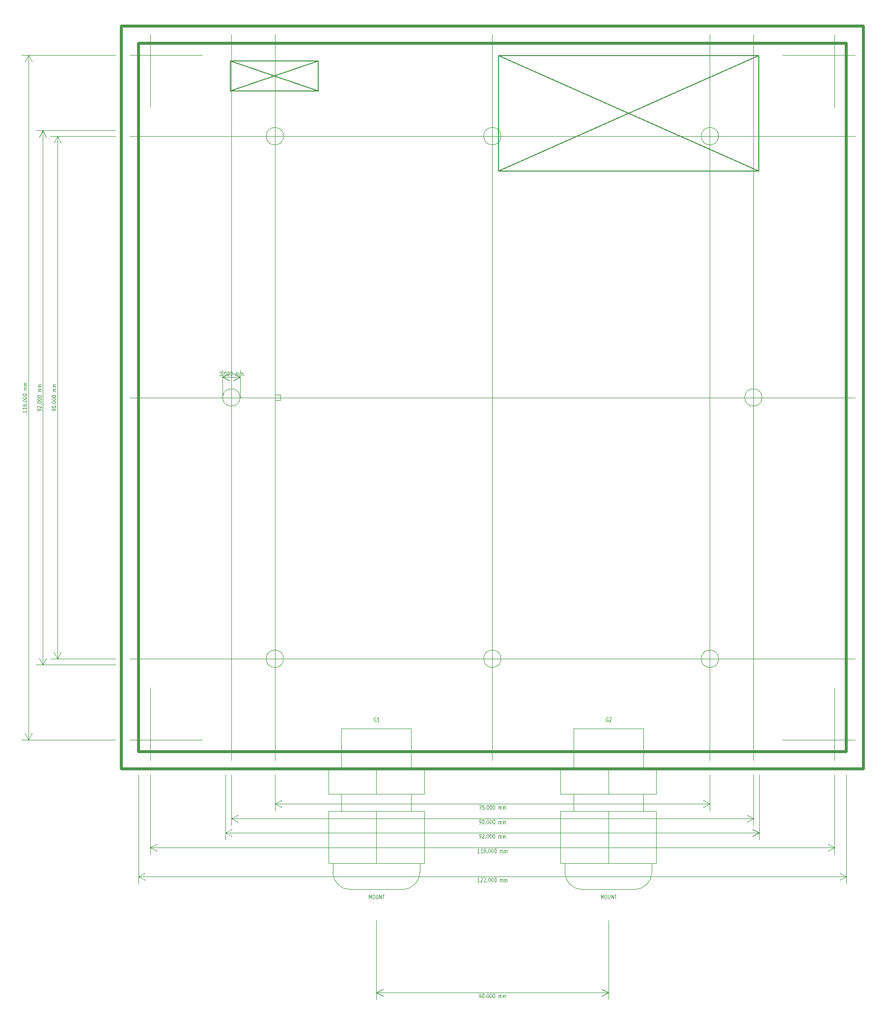
<source format=gbr>
G04 #@! TF.FileFunction,Drawing*
%FSLAX46Y46*%
G04 Gerber Fmt 4.6, Leading zero omitted, Abs format (unit mm)*
G04 Created by KiCad (PCBNEW 4.0.7-e2-6376~61~ubuntu18.04.1) date Tue Jul  3 09:25:50 2018*
%MOMM*%
%LPD*%
G01*
G04 APERTURE LIST*
%ADD10C,0.100000*%
%ADD11C,0.500000*%
%ADD12C,0.120000*%
%ADD13C,0.150000*%
G04 APERTURE END LIST*
D10*
D11*
X219000000Y-144000000D02*
X219000000Y-16000000D01*
X91000000Y-144000000D02*
X219000000Y-144000000D01*
D12*
X152983333Y-182907014D02*
X152983333Y-183373681D01*
X152852380Y-182640347D02*
X152721428Y-183140347D01*
X153061904Y-183140347D01*
X153376190Y-182673681D02*
X153428571Y-182673681D01*
X153480952Y-182707014D01*
X153507143Y-182740347D01*
X153533333Y-182807014D01*
X153559524Y-182940347D01*
X153559524Y-183107014D01*
X153533333Y-183240347D01*
X153507143Y-183307014D01*
X153480952Y-183340347D01*
X153428571Y-183373681D01*
X153376190Y-183373681D01*
X153323809Y-183340347D01*
X153297619Y-183307014D01*
X153271428Y-183240347D01*
X153245238Y-183107014D01*
X153245238Y-182940347D01*
X153271428Y-182807014D01*
X153297619Y-182740347D01*
X153323809Y-182707014D01*
X153376190Y-182673681D01*
X153795238Y-183307014D02*
X153821429Y-183340347D01*
X153795238Y-183373681D01*
X153769048Y-183340347D01*
X153795238Y-183307014D01*
X153795238Y-183373681D01*
X154161905Y-182673681D02*
X154214286Y-182673681D01*
X154266667Y-182707014D01*
X154292858Y-182740347D01*
X154319048Y-182807014D01*
X154345239Y-182940347D01*
X154345239Y-183107014D01*
X154319048Y-183240347D01*
X154292858Y-183307014D01*
X154266667Y-183340347D01*
X154214286Y-183373681D01*
X154161905Y-183373681D01*
X154109524Y-183340347D01*
X154083334Y-183307014D01*
X154057143Y-183240347D01*
X154030953Y-183107014D01*
X154030953Y-182940347D01*
X154057143Y-182807014D01*
X154083334Y-182740347D01*
X154109524Y-182707014D01*
X154161905Y-182673681D01*
X154685715Y-182673681D02*
X154738096Y-182673681D01*
X154790477Y-182707014D01*
X154816668Y-182740347D01*
X154842858Y-182807014D01*
X154869049Y-182940347D01*
X154869049Y-183107014D01*
X154842858Y-183240347D01*
X154816668Y-183307014D01*
X154790477Y-183340347D01*
X154738096Y-183373681D01*
X154685715Y-183373681D01*
X154633334Y-183340347D01*
X154607144Y-183307014D01*
X154580953Y-183240347D01*
X154554763Y-183107014D01*
X154554763Y-182940347D01*
X154580953Y-182807014D01*
X154607144Y-182740347D01*
X154633334Y-182707014D01*
X154685715Y-182673681D01*
X155209525Y-182673681D02*
X155261906Y-182673681D01*
X155314287Y-182707014D01*
X155340478Y-182740347D01*
X155366668Y-182807014D01*
X155392859Y-182940347D01*
X155392859Y-183107014D01*
X155366668Y-183240347D01*
X155340478Y-183307014D01*
X155314287Y-183340347D01*
X155261906Y-183373681D01*
X155209525Y-183373681D01*
X155157144Y-183340347D01*
X155130954Y-183307014D01*
X155104763Y-183240347D01*
X155078573Y-183107014D01*
X155078573Y-182940347D01*
X155104763Y-182807014D01*
X155130954Y-182740347D01*
X155157144Y-182707014D01*
X155209525Y-182673681D01*
X156047621Y-183373681D02*
X156047621Y-182907014D01*
X156047621Y-182973681D02*
X156073812Y-182940347D01*
X156126193Y-182907014D01*
X156204764Y-182907014D01*
X156257145Y-182940347D01*
X156283336Y-183007014D01*
X156283336Y-183373681D01*
X156283336Y-183007014D02*
X156309526Y-182940347D01*
X156361907Y-182907014D01*
X156440479Y-182907014D01*
X156492859Y-182940347D01*
X156519050Y-183007014D01*
X156519050Y-183373681D01*
X156780954Y-183373681D02*
X156780954Y-182907014D01*
X156780954Y-182973681D02*
X156807145Y-182940347D01*
X156859526Y-182907014D01*
X156938097Y-182907014D01*
X156990478Y-182940347D01*
X157016669Y-183007014D01*
X157016669Y-183373681D01*
X157016669Y-183007014D02*
X157042859Y-182940347D01*
X157095240Y-182907014D01*
X157173812Y-182907014D01*
X157226192Y-182940347D01*
X157252383Y-183007014D01*
X157252383Y-183373681D01*
X135000000Y-182467014D02*
X175000000Y-182467014D01*
X135000000Y-170000000D02*
X135000000Y-183647014D01*
X175000000Y-170000000D02*
X175000000Y-183647014D01*
X175000000Y-182467014D02*
X173873496Y-183053435D01*
X175000000Y-182467014D02*
X173873496Y-181880593D01*
X135000000Y-182467014D02*
X136126504Y-183053435D01*
X135000000Y-182467014D02*
X136126504Y-181880593D01*
D11*
X219000000Y-16000000D02*
X91000000Y-16000000D01*
X91000000Y-16000000D02*
X91000000Y-144000000D01*
X94000000Y-141000000D02*
X216000000Y-141000000D01*
X94000000Y-19000000D02*
X94000000Y-141000000D01*
X216000000Y-19000000D02*
X94000000Y-19000000D01*
X216000000Y-141000000D02*
X216000000Y-19000000D01*
D12*
X152773809Y-163406647D02*
X152459523Y-163406647D01*
X152616666Y-163406647D02*
X152616666Y-162706647D01*
X152564285Y-162806647D01*
X152511904Y-162873313D01*
X152459523Y-162906647D01*
X152983333Y-162773313D02*
X153009523Y-162739980D01*
X153061904Y-162706647D01*
X153192857Y-162706647D01*
X153245238Y-162739980D01*
X153271428Y-162773313D01*
X153297619Y-162839980D01*
X153297619Y-162906647D01*
X153271428Y-163006647D01*
X152957142Y-163406647D01*
X153297619Y-163406647D01*
X153507143Y-162773313D02*
X153533333Y-162739980D01*
X153585714Y-162706647D01*
X153716667Y-162706647D01*
X153769048Y-162739980D01*
X153795238Y-162773313D01*
X153821429Y-162839980D01*
X153821429Y-162906647D01*
X153795238Y-163006647D01*
X153480952Y-163406647D01*
X153821429Y-163406647D01*
X154057143Y-163339980D02*
X154083334Y-163373313D01*
X154057143Y-163406647D01*
X154030953Y-163373313D01*
X154057143Y-163339980D01*
X154057143Y-163406647D01*
X154423810Y-162706647D02*
X154476191Y-162706647D01*
X154528572Y-162739980D01*
X154554763Y-162773313D01*
X154580953Y-162839980D01*
X154607144Y-162973313D01*
X154607144Y-163139980D01*
X154580953Y-163273313D01*
X154554763Y-163339980D01*
X154528572Y-163373313D01*
X154476191Y-163406647D01*
X154423810Y-163406647D01*
X154371429Y-163373313D01*
X154345239Y-163339980D01*
X154319048Y-163273313D01*
X154292858Y-163139980D01*
X154292858Y-162973313D01*
X154319048Y-162839980D01*
X154345239Y-162773313D01*
X154371429Y-162739980D01*
X154423810Y-162706647D01*
X154947620Y-162706647D02*
X155000001Y-162706647D01*
X155052382Y-162739980D01*
X155078573Y-162773313D01*
X155104763Y-162839980D01*
X155130954Y-162973313D01*
X155130954Y-163139980D01*
X155104763Y-163273313D01*
X155078573Y-163339980D01*
X155052382Y-163373313D01*
X155000001Y-163406647D01*
X154947620Y-163406647D01*
X154895239Y-163373313D01*
X154869049Y-163339980D01*
X154842858Y-163273313D01*
X154816668Y-163139980D01*
X154816668Y-162973313D01*
X154842858Y-162839980D01*
X154869049Y-162773313D01*
X154895239Y-162739980D01*
X154947620Y-162706647D01*
X155471430Y-162706647D02*
X155523811Y-162706647D01*
X155576192Y-162739980D01*
X155602383Y-162773313D01*
X155628573Y-162839980D01*
X155654764Y-162973313D01*
X155654764Y-163139980D01*
X155628573Y-163273313D01*
X155602383Y-163339980D01*
X155576192Y-163373313D01*
X155523811Y-163406647D01*
X155471430Y-163406647D01*
X155419049Y-163373313D01*
X155392859Y-163339980D01*
X155366668Y-163273313D01*
X155340478Y-163139980D01*
X155340478Y-162973313D01*
X155366668Y-162839980D01*
X155392859Y-162773313D01*
X155419049Y-162739980D01*
X155471430Y-162706647D01*
X156309526Y-163406647D02*
X156309526Y-162939980D01*
X156309526Y-163006647D02*
X156335717Y-162973313D01*
X156388098Y-162939980D01*
X156466669Y-162939980D01*
X156519050Y-162973313D01*
X156545241Y-163039980D01*
X156545241Y-163406647D01*
X156545241Y-163039980D02*
X156571431Y-162973313D01*
X156623812Y-162939980D01*
X156702384Y-162939980D01*
X156754764Y-162973313D01*
X156780955Y-163039980D01*
X156780955Y-163406647D01*
X157042859Y-163406647D02*
X157042859Y-162939980D01*
X157042859Y-163006647D02*
X157069050Y-162973313D01*
X157121431Y-162939980D01*
X157200002Y-162939980D01*
X157252383Y-162973313D01*
X157278574Y-163039980D01*
X157278574Y-163406647D01*
X157278574Y-163039980D02*
X157304764Y-162973313D01*
X157357145Y-162939980D01*
X157435717Y-162939980D01*
X157488097Y-162973313D01*
X157514288Y-163039980D01*
X157514288Y-163406647D01*
X216000000Y-162499980D02*
X94000000Y-162499980D01*
X216000000Y-145000000D02*
X216000000Y-163679980D01*
X94000000Y-145000000D02*
X94000000Y-163679980D01*
X94000000Y-162499980D02*
X95126504Y-161913559D01*
X94000000Y-162499980D02*
X95126504Y-163086401D01*
X216000000Y-162499980D02*
X214873496Y-161913559D01*
X216000000Y-162499980D02*
X214873496Y-163086401D01*
X107957142Y-75526667D02*
X108297619Y-75526667D01*
X108114285Y-75793333D01*
X108192857Y-75793333D01*
X108245238Y-75826667D01*
X108271428Y-75860000D01*
X108297619Y-75926667D01*
X108297619Y-76093333D01*
X108271428Y-76160000D01*
X108245238Y-76193333D01*
X108192857Y-76226667D01*
X108035714Y-76226667D01*
X107983333Y-76193333D01*
X107957142Y-76160000D01*
X108533333Y-76160000D02*
X108559524Y-76193333D01*
X108533333Y-76226667D01*
X108507143Y-76193333D01*
X108533333Y-76160000D01*
X108533333Y-76226667D01*
X108900000Y-75526667D02*
X108952381Y-75526667D01*
X109004762Y-75560000D01*
X109030953Y-75593333D01*
X109057143Y-75660000D01*
X109083334Y-75793333D01*
X109083334Y-75960000D01*
X109057143Y-76093333D01*
X109030953Y-76160000D01*
X109004762Y-76193333D01*
X108952381Y-76226667D01*
X108900000Y-76226667D01*
X108847619Y-76193333D01*
X108821429Y-76160000D01*
X108795238Y-76093333D01*
X108769048Y-75960000D01*
X108769048Y-75793333D01*
X108795238Y-75660000D01*
X108821429Y-75593333D01*
X108847619Y-75560000D01*
X108900000Y-75526667D01*
X109423810Y-75526667D02*
X109476191Y-75526667D01*
X109528572Y-75560000D01*
X109554763Y-75593333D01*
X109580953Y-75660000D01*
X109607144Y-75793333D01*
X109607144Y-75960000D01*
X109580953Y-76093333D01*
X109554763Y-76160000D01*
X109528572Y-76193333D01*
X109476191Y-76226667D01*
X109423810Y-76226667D01*
X109371429Y-76193333D01*
X109345239Y-76160000D01*
X109319048Y-76093333D01*
X109292858Y-75960000D01*
X109292858Y-75793333D01*
X109319048Y-75660000D01*
X109345239Y-75593333D01*
X109371429Y-75560000D01*
X109423810Y-75526667D01*
X109947620Y-75526667D02*
X110000001Y-75526667D01*
X110052382Y-75560000D01*
X110078573Y-75593333D01*
X110104763Y-75660000D01*
X110130954Y-75793333D01*
X110130954Y-75960000D01*
X110104763Y-76093333D01*
X110078573Y-76160000D01*
X110052382Y-76193333D01*
X110000001Y-76226667D01*
X109947620Y-76226667D01*
X109895239Y-76193333D01*
X109869049Y-76160000D01*
X109842858Y-76093333D01*
X109816668Y-75960000D01*
X109816668Y-75793333D01*
X109842858Y-75660000D01*
X109869049Y-75593333D01*
X109895239Y-75560000D01*
X109947620Y-75526667D01*
X110785716Y-76226667D02*
X110785716Y-75760000D01*
X110785716Y-75826667D02*
X110811907Y-75793333D01*
X110864288Y-75760000D01*
X110942859Y-75760000D01*
X110995240Y-75793333D01*
X111021431Y-75860000D01*
X111021431Y-76226667D01*
X111021431Y-75860000D02*
X111047621Y-75793333D01*
X111100002Y-75760000D01*
X111178574Y-75760000D01*
X111230954Y-75793333D01*
X111257145Y-75860000D01*
X111257145Y-76226667D01*
X111519049Y-76226667D02*
X111519049Y-75760000D01*
X111519049Y-75826667D02*
X111545240Y-75793333D01*
X111597621Y-75760000D01*
X111676192Y-75760000D01*
X111728573Y-75793333D01*
X111754764Y-75860000D01*
X111754764Y-76226667D01*
X111754764Y-75860000D02*
X111780954Y-75793333D01*
X111833335Y-75760000D01*
X111911907Y-75760000D01*
X111964287Y-75793333D01*
X111990478Y-75860000D01*
X111990478Y-76226667D01*
X108500000Y-76500000D02*
X111500000Y-76500000D01*
X108500000Y-80000000D02*
X108500000Y-75320000D01*
X111500000Y-80000000D02*
X111500000Y-75320000D01*
X111500000Y-76500000D02*
X110373496Y-77086421D01*
X111500000Y-76500000D02*
X110373496Y-75913579D01*
X108500000Y-76500000D02*
X109626504Y-77086421D01*
X108500000Y-76500000D02*
X109626504Y-75913579D01*
D10*
X96000000Y-30000000D02*
X96000000Y-17500000D01*
X214000000Y-30000000D02*
X214000000Y-17500000D01*
X205000000Y-21000000D02*
X217500000Y-21000000D01*
X205000000Y-139000000D02*
X217500000Y-139000000D01*
X214000000Y-142500000D02*
X214000000Y-130000000D01*
X119000000Y-125000000D02*
G75*
G03X119000000Y-125000000I-1500000J0D01*
G01*
X156500000Y-125000000D02*
G75*
G03X156500000Y-125000000I-1500000J0D01*
G01*
X194000000Y-125000000D02*
G75*
G03X194000000Y-125000000I-1500000J0D01*
G01*
X201500000Y-80000000D02*
G75*
G03X201500000Y-80000000I-1500000J0D01*
G01*
X194000000Y-35000000D02*
G75*
G03X194000000Y-35000000I-1500000J0D01*
G01*
X156500000Y-35000000D02*
G75*
G03X156500000Y-35000000I-1500000J0D01*
G01*
X119000000Y-35000000D02*
G75*
G03X119000000Y-35000000I-1500000J0D01*
G01*
X111500000Y-80000000D02*
G75*
G03X111500000Y-80000000I-1500000J0D01*
G01*
D12*
X152773809Y-155887192D02*
X152878571Y-155887192D01*
X152930952Y-155853858D01*
X152957142Y-155820525D01*
X153009523Y-155720525D01*
X153035714Y-155587192D01*
X153035714Y-155320525D01*
X153009523Y-155253858D01*
X152983333Y-155220525D01*
X152930952Y-155187192D01*
X152826190Y-155187192D01*
X152773809Y-155220525D01*
X152747618Y-155253858D01*
X152721428Y-155320525D01*
X152721428Y-155487192D01*
X152747618Y-155553858D01*
X152773809Y-155587192D01*
X152826190Y-155620525D01*
X152930952Y-155620525D01*
X152983333Y-155587192D01*
X153009523Y-155553858D01*
X153035714Y-155487192D01*
X153245238Y-155253858D02*
X153271428Y-155220525D01*
X153323809Y-155187192D01*
X153454762Y-155187192D01*
X153507143Y-155220525D01*
X153533333Y-155253858D01*
X153559524Y-155320525D01*
X153559524Y-155387192D01*
X153533333Y-155487192D01*
X153219047Y-155887192D01*
X153559524Y-155887192D01*
X153795238Y-155820525D02*
X153821429Y-155853858D01*
X153795238Y-155887192D01*
X153769048Y-155853858D01*
X153795238Y-155820525D01*
X153795238Y-155887192D01*
X154161905Y-155187192D02*
X154214286Y-155187192D01*
X154266667Y-155220525D01*
X154292858Y-155253858D01*
X154319048Y-155320525D01*
X154345239Y-155453858D01*
X154345239Y-155620525D01*
X154319048Y-155753858D01*
X154292858Y-155820525D01*
X154266667Y-155853858D01*
X154214286Y-155887192D01*
X154161905Y-155887192D01*
X154109524Y-155853858D01*
X154083334Y-155820525D01*
X154057143Y-155753858D01*
X154030953Y-155620525D01*
X154030953Y-155453858D01*
X154057143Y-155320525D01*
X154083334Y-155253858D01*
X154109524Y-155220525D01*
X154161905Y-155187192D01*
X154685715Y-155187192D02*
X154738096Y-155187192D01*
X154790477Y-155220525D01*
X154816668Y-155253858D01*
X154842858Y-155320525D01*
X154869049Y-155453858D01*
X154869049Y-155620525D01*
X154842858Y-155753858D01*
X154816668Y-155820525D01*
X154790477Y-155853858D01*
X154738096Y-155887192D01*
X154685715Y-155887192D01*
X154633334Y-155853858D01*
X154607144Y-155820525D01*
X154580953Y-155753858D01*
X154554763Y-155620525D01*
X154554763Y-155453858D01*
X154580953Y-155320525D01*
X154607144Y-155253858D01*
X154633334Y-155220525D01*
X154685715Y-155187192D01*
X155209525Y-155187192D02*
X155261906Y-155187192D01*
X155314287Y-155220525D01*
X155340478Y-155253858D01*
X155366668Y-155320525D01*
X155392859Y-155453858D01*
X155392859Y-155620525D01*
X155366668Y-155753858D01*
X155340478Y-155820525D01*
X155314287Y-155853858D01*
X155261906Y-155887192D01*
X155209525Y-155887192D01*
X155157144Y-155853858D01*
X155130954Y-155820525D01*
X155104763Y-155753858D01*
X155078573Y-155620525D01*
X155078573Y-155453858D01*
X155104763Y-155320525D01*
X155130954Y-155253858D01*
X155157144Y-155220525D01*
X155209525Y-155187192D01*
X156047621Y-155887192D02*
X156047621Y-155420525D01*
X156047621Y-155487192D02*
X156073812Y-155453858D01*
X156126193Y-155420525D01*
X156204764Y-155420525D01*
X156257145Y-155453858D01*
X156283336Y-155520525D01*
X156283336Y-155887192D01*
X156283336Y-155520525D02*
X156309526Y-155453858D01*
X156361907Y-155420525D01*
X156440479Y-155420525D01*
X156492859Y-155453858D01*
X156519050Y-155520525D01*
X156519050Y-155887192D01*
X156780954Y-155887192D02*
X156780954Y-155420525D01*
X156780954Y-155487192D02*
X156807145Y-155453858D01*
X156859526Y-155420525D01*
X156938097Y-155420525D01*
X156990478Y-155453858D01*
X157016669Y-155520525D01*
X157016669Y-155887192D01*
X157016669Y-155520525D02*
X157042859Y-155453858D01*
X157095240Y-155420525D01*
X157173812Y-155420525D01*
X157226192Y-155453858D01*
X157252383Y-155520525D01*
X157252383Y-155887192D01*
X201000000Y-154980525D02*
X109000000Y-154980525D01*
X201000000Y-145000000D02*
X201000000Y-156160525D01*
X109000000Y-145000000D02*
X109000000Y-156160525D01*
X109000000Y-154980525D02*
X110126504Y-154394104D01*
X109000000Y-154980525D02*
X110126504Y-155566946D01*
X201000000Y-154980525D02*
X199873496Y-154394104D01*
X201000000Y-154980525D02*
X199873496Y-155566946D01*
D10*
X92500000Y-125000000D02*
X217500000Y-125000000D01*
X92500000Y-35000000D02*
X217500000Y-35000000D01*
X192500000Y-142500000D02*
X192500000Y-17500000D01*
X117500000Y-142500000D02*
X117500000Y-17500000D01*
D12*
X152695237Y-150206667D02*
X153061904Y-150206667D01*
X152826190Y-150906667D01*
X153533333Y-150206667D02*
X153271428Y-150206667D01*
X153245238Y-150540000D01*
X153271428Y-150506667D01*
X153323809Y-150473333D01*
X153454762Y-150473333D01*
X153507143Y-150506667D01*
X153533333Y-150540000D01*
X153559524Y-150606667D01*
X153559524Y-150773333D01*
X153533333Y-150840000D01*
X153507143Y-150873333D01*
X153454762Y-150906667D01*
X153323809Y-150906667D01*
X153271428Y-150873333D01*
X153245238Y-150840000D01*
X153795238Y-150840000D02*
X153821429Y-150873333D01*
X153795238Y-150906667D01*
X153769048Y-150873333D01*
X153795238Y-150840000D01*
X153795238Y-150906667D01*
X154161905Y-150206667D02*
X154214286Y-150206667D01*
X154266667Y-150240000D01*
X154292858Y-150273333D01*
X154319048Y-150340000D01*
X154345239Y-150473333D01*
X154345239Y-150640000D01*
X154319048Y-150773333D01*
X154292858Y-150840000D01*
X154266667Y-150873333D01*
X154214286Y-150906667D01*
X154161905Y-150906667D01*
X154109524Y-150873333D01*
X154083334Y-150840000D01*
X154057143Y-150773333D01*
X154030953Y-150640000D01*
X154030953Y-150473333D01*
X154057143Y-150340000D01*
X154083334Y-150273333D01*
X154109524Y-150240000D01*
X154161905Y-150206667D01*
X154685715Y-150206667D02*
X154738096Y-150206667D01*
X154790477Y-150240000D01*
X154816668Y-150273333D01*
X154842858Y-150340000D01*
X154869049Y-150473333D01*
X154869049Y-150640000D01*
X154842858Y-150773333D01*
X154816668Y-150840000D01*
X154790477Y-150873333D01*
X154738096Y-150906667D01*
X154685715Y-150906667D01*
X154633334Y-150873333D01*
X154607144Y-150840000D01*
X154580953Y-150773333D01*
X154554763Y-150640000D01*
X154554763Y-150473333D01*
X154580953Y-150340000D01*
X154607144Y-150273333D01*
X154633334Y-150240000D01*
X154685715Y-150206667D01*
X155209525Y-150206667D02*
X155261906Y-150206667D01*
X155314287Y-150240000D01*
X155340478Y-150273333D01*
X155366668Y-150340000D01*
X155392859Y-150473333D01*
X155392859Y-150640000D01*
X155366668Y-150773333D01*
X155340478Y-150840000D01*
X155314287Y-150873333D01*
X155261906Y-150906667D01*
X155209525Y-150906667D01*
X155157144Y-150873333D01*
X155130954Y-150840000D01*
X155104763Y-150773333D01*
X155078573Y-150640000D01*
X155078573Y-150473333D01*
X155104763Y-150340000D01*
X155130954Y-150273333D01*
X155157144Y-150240000D01*
X155209525Y-150206667D01*
X156047621Y-150906667D02*
X156047621Y-150440000D01*
X156047621Y-150506667D02*
X156073812Y-150473333D01*
X156126193Y-150440000D01*
X156204764Y-150440000D01*
X156257145Y-150473333D01*
X156283336Y-150540000D01*
X156283336Y-150906667D01*
X156283336Y-150540000D02*
X156309526Y-150473333D01*
X156361907Y-150440000D01*
X156440479Y-150440000D01*
X156492859Y-150473333D01*
X156519050Y-150540000D01*
X156519050Y-150906667D01*
X156780954Y-150906667D02*
X156780954Y-150440000D01*
X156780954Y-150506667D02*
X156807145Y-150473333D01*
X156859526Y-150440000D01*
X156938097Y-150440000D01*
X156990478Y-150473333D01*
X157016669Y-150540000D01*
X157016669Y-150906667D01*
X157016669Y-150540000D02*
X157042859Y-150473333D01*
X157095240Y-150440000D01*
X157173812Y-150440000D01*
X157226192Y-150473333D01*
X157252383Y-150540000D01*
X157252383Y-150906667D01*
X192500000Y-150000000D02*
X117500000Y-150000000D01*
X192500000Y-145000000D02*
X192500000Y-151180000D01*
X117500000Y-145000000D02*
X117500000Y-151180000D01*
X117500000Y-150000000D02*
X118626504Y-149413579D01*
X117500000Y-150000000D02*
X118626504Y-150586421D01*
X192500000Y-150000000D02*
X191373496Y-149413579D01*
X192500000Y-150000000D02*
X191373496Y-150586421D01*
D10*
X92500000Y-21000000D02*
X105000000Y-21000000D01*
X92500000Y-139000000D02*
X105000000Y-139000000D01*
X96000000Y-142500000D02*
X96000000Y-130000000D01*
X200000000Y-142500000D02*
X200000000Y-17500000D01*
X155000000Y-142500000D02*
X155000000Y-17500000D01*
X110000000Y-142500000D02*
X110000000Y-17500000D01*
D12*
X77226667Y-82226191D02*
X77226667Y-82121429D01*
X77193333Y-82069048D01*
X77160000Y-82042858D01*
X77060000Y-81990477D01*
X76926667Y-81964286D01*
X76660000Y-81964286D01*
X76593333Y-81990477D01*
X76560000Y-82016667D01*
X76526667Y-82069048D01*
X76526667Y-82173810D01*
X76560000Y-82226191D01*
X76593333Y-82252382D01*
X76660000Y-82278572D01*
X76826667Y-82278572D01*
X76893333Y-82252382D01*
X76926667Y-82226191D01*
X76960000Y-82173810D01*
X76960000Y-82069048D01*
X76926667Y-82016667D01*
X76893333Y-81990477D01*
X76826667Y-81964286D01*
X76593333Y-81754762D02*
X76560000Y-81728572D01*
X76526667Y-81676191D01*
X76526667Y-81545238D01*
X76560000Y-81492857D01*
X76593333Y-81466667D01*
X76660000Y-81440476D01*
X76726667Y-81440476D01*
X76826667Y-81466667D01*
X77226667Y-81780953D01*
X77226667Y-81440476D01*
X77160000Y-81204762D02*
X77193333Y-81178571D01*
X77226667Y-81204762D01*
X77193333Y-81230952D01*
X77160000Y-81204762D01*
X77226667Y-81204762D01*
X76526667Y-80838095D02*
X76526667Y-80785714D01*
X76560000Y-80733333D01*
X76593333Y-80707142D01*
X76660000Y-80680952D01*
X76793333Y-80654761D01*
X76960000Y-80654761D01*
X77093333Y-80680952D01*
X77160000Y-80707142D01*
X77193333Y-80733333D01*
X77226667Y-80785714D01*
X77226667Y-80838095D01*
X77193333Y-80890476D01*
X77160000Y-80916666D01*
X77093333Y-80942857D01*
X76960000Y-80969047D01*
X76793333Y-80969047D01*
X76660000Y-80942857D01*
X76593333Y-80916666D01*
X76560000Y-80890476D01*
X76526667Y-80838095D01*
X76526667Y-80314285D02*
X76526667Y-80261904D01*
X76560000Y-80209523D01*
X76593333Y-80183332D01*
X76660000Y-80157142D01*
X76793333Y-80130951D01*
X76960000Y-80130951D01*
X77093333Y-80157142D01*
X77160000Y-80183332D01*
X77193333Y-80209523D01*
X77226667Y-80261904D01*
X77226667Y-80314285D01*
X77193333Y-80366666D01*
X77160000Y-80392856D01*
X77093333Y-80419047D01*
X76960000Y-80445237D01*
X76793333Y-80445237D01*
X76660000Y-80419047D01*
X76593333Y-80392856D01*
X76560000Y-80366666D01*
X76526667Y-80314285D01*
X76526667Y-79790475D02*
X76526667Y-79738094D01*
X76560000Y-79685713D01*
X76593333Y-79659522D01*
X76660000Y-79633332D01*
X76793333Y-79607141D01*
X76960000Y-79607141D01*
X77093333Y-79633332D01*
X77160000Y-79659522D01*
X77193333Y-79685713D01*
X77226667Y-79738094D01*
X77226667Y-79790475D01*
X77193333Y-79842856D01*
X77160000Y-79869046D01*
X77093333Y-79895237D01*
X76960000Y-79921427D01*
X76793333Y-79921427D01*
X76660000Y-79895237D01*
X76593333Y-79869046D01*
X76560000Y-79842856D01*
X76526667Y-79790475D01*
X77226667Y-78952379D02*
X76760000Y-78952379D01*
X76826667Y-78952379D02*
X76793333Y-78926188D01*
X76760000Y-78873807D01*
X76760000Y-78795236D01*
X76793333Y-78742855D01*
X76860000Y-78716664D01*
X77226667Y-78716664D01*
X76860000Y-78716664D02*
X76793333Y-78690474D01*
X76760000Y-78638093D01*
X76760000Y-78559521D01*
X76793333Y-78507141D01*
X76860000Y-78480950D01*
X77226667Y-78480950D01*
X77226667Y-78219046D02*
X76760000Y-78219046D01*
X76826667Y-78219046D02*
X76793333Y-78192855D01*
X76760000Y-78140474D01*
X76760000Y-78061903D01*
X76793333Y-78009522D01*
X76860000Y-77983331D01*
X77226667Y-77983331D01*
X76860000Y-77983331D02*
X76793333Y-77957141D01*
X76760000Y-77904760D01*
X76760000Y-77826188D01*
X76793333Y-77773808D01*
X76860000Y-77747617D01*
X77226667Y-77747617D01*
X77500000Y-126000000D02*
X77500000Y-34000000D01*
X90000000Y-126000000D02*
X76320000Y-126000000D01*
X90000000Y-34000000D02*
X76320000Y-34000000D01*
X77500000Y-34000000D02*
X78086421Y-35126504D01*
X77500000Y-34000000D02*
X76913579Y-35126504D01*
X77500000Y-126000000D02*
X78086421Y-124873496D01*
X77500000Y-126000000D02*
X76913579Y-124873496D01*
X79726667Y-82226191D02*
X79726667Y-82121429D01*
X79693333Y-82069048D01*
X79660000Y-82042858D01*
X79560000Y-81990477D01*
X79426667Y-81964286D01*
X79160000Y-81964286D01*
X79093333Y-81990477D01*
X79060000Y-82016667D01*
X79026667Y-82069048D01*
X79026667Y-82173810D01*
X79060000Y-82226191D01*
X79093333Y-82252382D01*
X79160000Y-82278572D01*
X79326667Y-82278572D01*
X79393333Y-82252382D01*
X79426667Y-82226191D01*
X79460000Y-82173810D01*
X79460000Y-82069048D01*
X79426667Y-82016667D01*
X79393333Y-81990477D01*
X79326667Y-81964286D01*
X79026667Y-81623810D02*
X79026667Y-81571429D01*
X79060000Y-81519048D01*
X79093333Y-81492857D01*
X79160000Y-81466667D01*
X79293333Y-81440476D01*
X79460000Y-81440476D01*
X79593333Y-81466667D01*
X79660000Y-81492857D01*
X79693333Y-81519048D01*
X79726667Y-81571429D01*
X79726667Y-81623810D01*
X79693333Y-81676191D01*
X79660000Y-81702381D01*
X79593333Y-81728572D01*
X79460000Y-81754762D01*
X79293333Y-81754762D01*
X79160000Y-81728572D01*
X79093333Y-81702381D01*
X79060000Y-81676191D01*
X79026667Y-81623810D01*
X79660000Y-81204762D02*
X79693333Y-81178571D01*
X79726667Y-81204762D01*
X79693333Y-81230952D01*
X79660000Y-81204762D01*
X79726667Y-81204762D01*
X79026667Y-80838095D02*
X79026667Y-80785714D01*
X79060000Y-80733333D01*
X79093333Y-80707142D01*
X79160000Y-80680952D01*
X79293333Y-80654761D01*
X79460000Y-80654761D01*
X79593333Y-80680952D01*
X79660000Y-80707142D01*
X79693333Y-80733333D01*
X79726667Y-80785714D01*
X79726667Y-80838095D01*
X79693333Y-80890476D01*
X79660000Y-80916666D01*
X79593333Y-80942857D01*
X79460000Y-80969047D01*
X79293333Y-80969047D01*
X79160000Y-80942857D01*
X79093333Y-80916666D01*
X79060000Y-80890476D01*
X79026667Y-80838095D01*
X79026667Y-80314285D02*
X79026667Y-80261904D01*
X79060000Y-80209523D01*
X79093333Y-80183332D01*
X79160000Y-80157142D01*
X79293333Y-80130951D01*
X79460000Y-80130951D01*
X79593333Y-80157142D01*
X79660000Y-80183332D01*
X79693333Y-80209523D01*
X79726667Y-80261904D01*
X79726667Y-80314285D01*
X79693333Y-80366666D01*
X79660000Y-80392856D01*
X79593333Y-80419047D01*
X79460000Y-80445237D01*
X79293333Y-80445237D01*
X79160000Y-80419047D01*
X79093333Y-80392856D01*
X79060000Y-80366666D01*
X79026667Y-80314285D01*
X79026667Y-79790475D02*
X79026667Y-79738094D01*
X79060000Y-79685713D01*
X79093333Y-79659522D01*
X79160000Y-79633332D01*
X79293333Y-79607141D01*
X79460000Y-79607141D01*
X79593333Y-79633332D01*
X79660000Y-79659522D01*
X79693333Y-79685713D01*
X79726667Y-79738094D01*
X79726667Y-79790475D01*
X79693333Y-79842856D01*
X79660000Y-79869046D01*
X79593333Y-79895237D01*
X79460000Y-79921427D01*
X79293333Y-79921427D01*
X79160000Y-79895237D01*
X79093333Y-79869046D01*
X79060000Y-79842856D01*
X79026667Y-79790475D01*
X79726667Y-78952379D02*
X79260000Y-78952379D01*
X79326667Y-78952379D02*
X79293333Y-78926188D01*
X79260000Y-78873807D01*
X79260000Y-78795236D01*
X79293333Y-78742855D01*
X79360000Y-78716664D01*
X79726667Y-78716664D01*
X79360000Y-78716664D02*
X79293333Y-78690474D01*
X79260000Y-78638093D01*
X79260000Y-78559521D01*
X79293333Y-78507141D01*
X79360000Y-78480950D01*
X79726667Y-78480950D01*
X79726667Y-78219046D02*
X79260000Y-78219046D01*
X79326667Y-78219046D02*
X79293333Y-78192855D01*
X79260000Y-78140474D01*
X79260000Y-78061903D01*
X79293333Y-78009522D01*
X79360000Y-77983331D01*
X79726667Y-77983331D01*
X79360000Y-77983331D02*
X79293333Y-77957141D01*
X79260000Y-77904760D01*
X79260000Y-77826188D01*
X79293333Y-77773808D01*
X79360000Y-77747617D01*
X79726667Y-77747617D01*
X80000000Y-125000000D02*
X80000000Y-35000000D01*
X90000000Y-125000000D02*
X78820000Y-125000000D01*
X90000000Y-35000000D02*
X78820000Y-35000000D01*
X80000000Y-35000000D02*
X80586421Y-36126504D01*
X80000000Y-35000000D02*
X79413579Y-36126504D01*
X80000000Y-125000000D02*
X80586421Y-123873496D01*
X80000000Y-125000000D02*
X79413579Y-123873496D01*
D10*
X92500000Y-80000000D02*
X217500000Y-80000000D01*
D12*
X74726667Y-82226191D02*
X74726667Y-82540477D01*
X74726667Y-82383334D02*
X74026667Y-82383334D01*
X74126667Y-82435715D01*
X74193333Y-82488096D01*
X74226667Y-82540477D01*
X74726667Y-81702381D02*
X74726667Y-82016667D01*
X74726667Y-81859524D02*
X74026667Y-81859524D01*
X74126667Y-81911905D01*
X74193333Y-81964286D01*
X74226667Y-82016667D01*
X74326667Y-81388095D02*
X74293333Y-81440476D01*
X74260000Y-81466667D01*
X74193333Y-81492857D01*
X74160000Y-81492857D01*
X74093333Y-81466667D01*
X74060000Y-81440476D01*
X74026667Y-81388095D01*
X74026667Y-81283333D01*
X74060000Y-81230952D01*
X74093333Y-81204762D01*
X74160000Y-81178571D01*
X74193333Y-81178571D01*
X74260000Y-81204762D01*
X74293333Y-81230952D01*
X74326667Y-81283333D01*
X74326667Y-81388095D01*
X74360000Y-81440476D01*
X74393333Y-81466667D01*
X74460000Y-81492857D01*
X74593333Y-81492857D01*
X74660000Y-81466667D01*
X74693333Y-81440476D01*
X74726667Y-81388095D01*
X74726667Y-81283333D01*
X74693333Y-81230952D01*
X74660000Y-81204762D01*
X74593333Y-81178571D01*
X74460000Y-81178571D01*
X74393333Y-81204762D01*
X74360000Y-81230952D01*
X74326667Y-81283333D01*
X74660000Y-80942857D02*
X74693333Y-80916666D01*
X74726667Y-80942857D01*
X74693333Y-80969047D01*
X74660000Y-80942857D01*
X74726667Y-80942857D01*
X74026667Y-80576190D02*
X74026667Y-80523809D01*
X74060000Y-80471428D01*
X74093333Y-80445237D01*
X74160000Y-80419047D01*
X74293333Y-80392856D01*
X74460000Y-80392856D01*
X74593333Y-80419047D01*
X74660000Y-80445237D01*
X74693333Y-80471428D01*
X74726667Y-80523809D01*
X74726667Y-80576190D01*
X74693333Y-80628571D01*
X74660000Y-80654761D01*
X74593333Y-80680952D01*
X74460000Y-80707142D01*
X74293333Y-80707142D01*
X74160000Y-80680952D01*
X74093333Y-80654761D01*
X74060000Y-80628571D01*
X74026667Y-80576190D01*
X74026667Y-80052380D02*
X74026667Y-79999999D01*
X74060000Y-79947618D01*
X74093333Y-79921427D01*
X74160000Y-79895237D01*
X74293333Y-79869046D01*
X74460000Y-79869046D01*
X74593333Y-79895237D01*
X74660000Y-79921427D01*
X74693333Y-79947618D01*
X74726667Y-79999999D01*
X74726667Y-80052380D01*
X74693333Y-80104761D01*
X74660000Y-80130951D01*
X74593333Y-80157142D01*
X74460000Y-80183332D01*
X74293333Y-80183332D01*
X74160000Y-80157142D01*
X74093333Y-80130951D01*
X74060000Y-80104761D01*
X74026667Y-80052380D01*
X74026667Y-79528570D02*
X74026667Y-79476189D01*
X74060000Y-79423808D01*
X74093333Y-79397617D01*
X74160000Y-79371427D01*
X74293333Y-79345236D01*
X74460000Y-79345236D01*
X74593333Y-79371427D01*
X74660000Y-79397617D01*
X74693333Y-79423808D01*
X74726667Y-79476189D01*
X74726667Y-79528570D01*
X74693333Y-79580951D01*
X74660000Y-79607141D01*
X74593333Y-79633332D01*
X74460000Y-79659522D01*
X74293333Y-79659522D01*
X74160000Y-79633332D01*
X74093333Y-79607141D01*
X74060000Y-79580951D01*
X74026667Y-79528570D01*
X74726667Y-78690474D02*
X74260000Y-78690474D01*
X74326667Y-78690474D02*
X74293333Y-78664283D01*
X74260000Y-78611902D01*
X74260000Y-78533331D01*
X74293333Y-78480950D01*
X74360000Y-78454759D01*
X74726667Y-78454759D01*
X74360000Y-78454759D02*
X74293333Y-78428569D01*
X74260000Y-78376188D01*
X74260000Y-78297616D01*
X74293333Y-78245236D01*
X74360000Y-78219045D01*
X74726667Y-78219045D01*
X74726667Y-77957141D02*
X74260000Y-77957141D01*
X74326667Y-77957141D02*
X74293333Y-77930950D01*
X74260000Y-77878569D01*
X74260000Y-77799998D01*
X74293333Y-77747617D01*
X74360000Y-77721426D01*
X74726667Y-77721426D01*
X74360000Y-77721426D02*
X74293333Y-77695236D01*
X74260000Y-77642855D01*
X74260000Y-77564283D01*
X74293333Y-77511903D01*
X74360000Y-77485712D01*
X74726667Y-77485712D01*
X75000000Y-139000000D02*
X75000000Y-21000000D01*
X90000000Y-139000000D02*
X73820000Y-139000000D01*
X90000000Y-21000000D02*
X73820000Y-21000000D01*
X75000000Y-21000000D02*
X75586421Y-22126504D01*
X75000000Y-21000000D02*
X74413579Y-22126504D01*
X75000000Y-139000000D02*
X75586421Y-137873496D01*
X75000000Y-139000000D02*
X74413579Y-137873496D01*
X152773809Y-153406667D02*
X152878571Y-153406667D01*
X152930952Y-153373333D01*
X152957142Y-153340000D01*
X153009523Y-153240000D01*
X153035714Y-153106667D01*
X153035714Y-152840000D01*
X153009523Y-152773333D01*
X152983333Y-152740000D01*
X152930952Y-152706667D01*
X152826190Y-152706667D01*
X152773809Y-152740000D01*
X152747618Y-152773333D01*
X152721428Y-152840000D01*
X152721428Y-153006667D01*
X152747618Y-153073333D01*
X152773809Y-153106667D01*
X152826190Y-153140000D01*
X152930952Y-153140000D01*
X152983333Y-153106667D01*
X153009523Y-153073333D01*
X153035714Y-153006667D01*
X153376190Y-152706667D02*
X153428571Y-152706667D01*
X153480952Y-152740000D01*
X153507143Y-152773333D01*
X153533333Y-152840000D01*
X153559524Y-152973333D01*
X153559524Y-153140000D01*
X153533333Y-153273333D01*
X153507143Y-153340000D01*
X153480952Y-153373333D01*
X153428571Y-153406667D01*
X153376190Y-153406667D01*
X153323809Y-153373333D01*
X153297619Y-153340000D01*
X153271428Y-153273333D01*
X153245238Y-153140000D01*
X153245238Y-152973333D01*
X153271428Y-152840000D01*
X153297619Y-152773333D01*
X153323809Y-152740000D01*
X153376190Y-152706667D01*
X153795238Y-153340000D02*
X153821429Y-153373333D01*
X153795238Y-153406667D01*
X153769048Y-153373333D01*
X153795238Y-153340000D01*
X153795238Y-153406667D01*
X154161905Y-152706667D02*
X154214286Y-152706667D01*
X154266667Y-152740000D01*
X154292858Y-152773333D01*
X154319048Y-152840000D01*
X154345239Y-152973333D01*
X154345239Y-153140000D01*
X154319048Y-153273333D01*
X154292858Y-153340000D01*
X154266667Y-153373333D01*
X154214286Y-153406667D01*
X154161905Y-153406667D01*
X154109524Y-153373333D01*
X154083334Y-153340000D01*
X154057143Y-153273333D01*
X154030953Y-153140000D01*
X154030953Y-152973333D01*
X154057143Y-152840000D01*
X154083334Y-152773333D01*
X154109524Y-152740000D01*
X154161905Y-152706667D01*
X154685715Y-152706667D02*
X154738096Y-152706667D01*
X154790477Y-152740000D01*
X154816668Y-152773333D01*
X154842858Y-152840000D01*
X154869049Y-152973333D01*
X154869049Y-153140000D01*
X154842858Y-153273333D01*
X154816668Y-153340000D01*
X154790477Y-153373333D01*
X154738096Y-153406667D01*
X154685715Y-153406667D01*
X154633334Y-153373333D01*
X154607144Y-153340000D01*
X154580953Y-153273333D01*
X154554763Y-153140000D01*
X154554763Y-152973333D01*
X154580953Y-152840000D01*
X154607144Y-152773333D01*
X154633334Y-152740000D01*
X154685715Y-152706667D01*
X155209525Y-152706667D02*
X155261906Y-152706667D01*
X155314287Y-152740000D01*
X155340478Y-152773333D01*
X155366668Y-152840000D01*
X155392859Y-152973333D01*
X155392859Y-153140000D01*
X155366668Y-153273333D01*
X155340478Y-153340000D01*
X155314287Y-153373333D01*
X155261906Y-153406667D01*
X155209525Y-153406667D01*
X155157144Y-153373333D01*
X155130954Y-153340000D01*
X155104763Y-153273333D01*
X155078573Y-153140000D01*
X155078573Y-152973333D01*
X155104763Y-152840000D01*
X155130954Y-152773333D01*
X155157144Y-152740000D01*
X155209525Y-152706667D01*
X156047621Y-153406667D02*
X156047621Y-152940000D01*
X156047621Y-153006667D02*
X156073812Y-152973333D01*
X156126193Y-152940000D01*
X156204764Y-152940000D01*
X156257145Y-152973333D01*
X156283336Y-153040000D01*
X156283336Y-153406667D01*
X156283336Y-153040000D02*
X156309526Y-152973333D01*
X156361907Y-152940000D01*
X156440479Y-152940000D01*
X156492859Y-152973333D01*
X156519050Y-153040000D01*
X156519050Y-153406667D01*
X156780954Y-153406667D02*
X156780954Y-152940000D01*
X156780954Y-153006667D02*
X156807145Y-152973333D01*
X156859526Y-152940000D01*
X156938097Y-152940000D01*
X156990478Y-152973333D01*
X157016669Y-153040000D01*
X157016669Y-153406667D01*
X157016669Y-153040000D02*
X157042859Y-152973333D01*
X157095240Y-152940000D01*
X157173812Y-152940000D01*
X157226192Y-152973333D01*
X157252383Y-153040000D01*
X157252383Y-153406667D01*
X200000000Y-152500000D02*
X110000000Y-152500000D01*
X200000000Y-145000000D02*
X200000000Y-153680000D01*
X110000000Y-145000000D02*
X110000000Y-153680000D01*
X110000000Y-152500000D02*
X111126504Y-151913579D01*
X110000000Y-152500000D02*
X111126504Y-153086421D01*
X200000000Y-152500000D02*
X198873496Y-151913579D01*
X200000000Y-152500000D02*
X198873496Y-153086421D01*
X152773809Y-158406667D02*
X152459523Y-158406667D01*
X152616666Y-158406667D02*
X152616666Y-157706667D01*
X152564285Y-157806667D01*
X152511904Y-157873333D01*
X152459523Y-157906667D01*
X153297619Y-158406667D02*
X152983333Y-158406667D01*
X153140476Y-158406667D02*
X153140476Y-157706667D01*
X153088095Y-157806667D01*
X153035714Y-157873333D01*
X152983333Y-157906667D01*
X153611905Y-158006667D02*
X153559524Y-157973333D01*
X153533333Y-157940000D01*
X153507143Y-157873333D01*
X153507143Y-157840000D01*
X153533333Y-157773333D01*
X153559524Y-157740000D01*
X153611905Y-157706667D01*
X153716667Y-157706667D01*
X153769048Y-157740000D01*
X153795238Y-157773333D01*
X153821429Y-157840000D01*
X153821429Y-157873333D01*
X153795238Y-157940000D01*
X153769048Y-157973333D01*
X153716667Y-158006667D01*
X153611905Y-158006667D01*
X153559524Y-158040000D01*
X153533333Y-158073333D01*
X153507143Y-158140000D01*
X153507143Y-158273333D01*
X153533333Y-158340000D01*
X153559524Y-158373333D01*
X153611905Y-158406667D01*
X153716667Y-158406667D01*
X153769048Y-158373333D01*
X153795238Y-158340000D01*
X153821429Y-158273333D01*
X153821429Y-158140000D01*
X153795238Y-158073333D01*
X153769048Y-158040000D01*
X153716667Y-158006667D01*
X154057143Y-158340000D02*
X154083334Y-158373333D01*
X154057143Y-158406667D01*
X154030953Y-158373333D01*
X154057143Y-158340000D01*
X154057143Y-158406667D01*
X154423810Y-157706667D02*
X154476191Y-157706667D01*
X154528572Y-157740000D01*
X154554763Y-157773333D01*
X154580953Y-157840000D01*
X154607144Y-157973333D01*
X154607144Y-158140000D01*
X154580953Y-158273333D01*
X154554763Y-158340000D01*
X154528572Y-158373333D01*
X154476191Y-158406667D01*
X154423810Y-158406667D01*
X154371429Y-158373333D01*
X154345239Y-158340000D01*
X154319048Y-158273333D01*
X154292858Y-158140000D01*
X154292858Y-157973333D01*
X154319048Y-157840000D01*
X154345239Y-157773333D01*
X154371429Y-157740000D01*
X154423810Y-157706667D01*
X154947620Y-157706667D02*
X155000001Y-157706667D01*
X155052382Y-157740000D01*
X155078573Y-157773333D01*
X155104763Y-157840000D01*
X155130954Y-157973333D01*
X155130954Y-158140000D01*
X155104763Y-158273333D01*
X155078573Y-158340000D01*
X155052382Y-158373333D01*
X155000001Y-158406667D01*
X154947620Y-158406667D01*
X154895239Y-158373333D01*
X154869049Y-158340000D01*
X154842858Y-158273333D01*
X154816668Y-158140000D01*
X154816668Y-157973333D01*
X154842858Y-157840000D01*
X154869049Y-157773333D01*
X154895239Y-157740000D01*
X154947620Y-157706667D01*
X155471430Y-157706667D02*
X155523811Y-157706667D01*
X155576192Y-157740000D01*
X155602383Y-157773333D01*
X155628573Y-157840000D01*
X155654764Y-157973333D01*
X155654764Y-158140000D01*
X155628573Y-158273333D01*
X155602383Y-158340000D01*
X155576192Y-158373333D01*
X155523811Y-158406667D01*
X155471430Y-158406667D01*
X155419049Y-158373333D01*
X155392859Y-158340000D01*
X155366668Y-158273333D01*
X155340478Y-158140000D01*
X155340478Y-157973333D01*
X155366668Y-157840000D01*
X155392859Y-157773333D01*
X155419049Y-157740000D01*
X155471430Y-157706667D01*
X156309526Y-158406667D02*
X156309526Y-157940000D01*
X156309526Y-158006667D02*
X156335717Y-157973333D01*
X156388098Y-157940000D01*
X156466669Y-157940000D01*
X156519050Y-157973333D01*
X156545241Y-158040000D01*
X156545241Y-158406667D01*
X156545241Y-158040000D02*
X156571431Y-157973333D01*
X156623812Y-157940000D01*
X156702384Y-157940000D01*
X156754764Y-157973333D01*
X156780955Y-158040000D01*
X156780955Y-158406667D01*
X157042859Y-158406667D02*
X157042859Y-157940000D01*
X157042859Y-158006667D02*
X157069050Y-157973333D01*
X157121431Y-157940000D01*
X157200002Y-157940000D01*
X157252383Y-157973333D01*
X157278574Y-158040000D01*
X157278574Y-158406667D01*
X157278574Y-158040000D02*
X157304764Y-157973333D01*
X157357145Y-157940000D01*
X157435717Y-157940000D01*
X157488097Y-157973333D01*
X157514288Y-158040000D01*
X157514288Y-158406667D01*
X214000000Y-157500000D02*
X96000000Y-157500000D01*
X214000000Y-145000000D02*
X214000000Y-158680000D01*
X96000000Y-145000000D02*
X96000000Y-158680000D01*
X96000000Y-157500000D02*
X97126504Y-156913579D01*
X96000000Y-157500000D02*
X97126504Y-158086421D01*
X214000000Y-157500000D02*
X212873496Y-156913579D01*
X214000000Y-157500000D02*
X212873496Y-158086421D01*
D13*
X156100000Y-21100000D02*
X200900000Y-21100000D01*
X200900000Y-21100000D02*
X200900000Y-41000000D01*
X200900000Y-41000000D02*
X156100000Y-41000000D01*
X156100000Y-41000000D02*
X156100000Y-21100000D01*
X156100000Y-21100000D02*
X200900000Y-41000000D01*
X200900000Y-21100000D02*
X156100000Y-41000000D01*
D10*
X118500000Y-80000000D02*
X118500000Y-79500000D01*
X118500000Y-79500000D02*
X117500000Y-79500000D01*
X117500000Y-79500000D02*
X117500000Y-80500000D01*
X117500000Y-80500000D02*
X118500000Y-80500000D01*
X118500000Y-80500000D02*
X118500000Y-80000000D01*
X142500000Y-161750000D02*
X142500000Y-160250000D01*
X127500000Y-161750000D02*
X127500000Y-160250000D01*
X127500000Y-161750000D02*
G75*
G03X130500000Y-164750000I3000000J0D01*
G01*
X139500000Y-164750000D02*
X130500000Y-164750000D01*
X139500000Y-164750000D02*
G75*
G03X142500000Y-161750000I0J3000000D01*
G01*
X135000000Y-160250000D02*
X135000000Y-151250000D01*
X143250000Y-160250000D02*
X143250000Y-151250000D01*
X126750000Y-160250000D02*
X143250000Y-160250000D01*
X126750000Y-151250000D02*
X126750000Y-160250000D01*
X143250000Y-151250000D02*
X126750000Y-151250000D01*
X141000000Y-151250000D02*
X141000000Y-148250000D01*
X129000000Y-148250000D02*
X129000000Y-151250000D01*
X135000000Y-148250000D02*
X135000000Y-144000000D01*
X126750000Y-148250000D02*
X126750000Y-144000000D01*
X143250000Y-148250000D02*
X126750000Y-148250000D01*
X143250000Y-144000000D02*
X143250000Y-148250000D01*
X126750000Y-144000000D02*
X143250000Y-144000000D01*
X129000000Y-137000000D02*
X129000000Y-144000000D01*
X141000000Y-137000000D02*
X129000000Y-137000000D01*
X141000000Y-144000000D02*
X141000000Y-137000000D01*
X182500000Y-161750000D02*
X182500000Y-160250000D01*
X167500000Y-161750000D02*
X167500000Y-160250000D01*
X167500000Y-161750000D02*
G75*
G03X170500000Y-164750000I3000000J0D01*
G01*
X179500000Y-164750000D02*
X170500000Y-164750000D01*
X179500000Y-164750000D02*
G75*
G03X182500000Y-161750000I0J3000000D01*
G01*
X175000000Y-160250000D02*
X175000000Y-151250000D01*
X183250000Y-160250000D02*
X183250000Y-151250000D01*
X166750000Y-160250000D02*
X183250000Y-160250000D01*
X166750000Y-151250000D02*
X166750000Y-160250000D01*
X183250000Y-151250000D02*
X166750000Y-151250000D01*
X181000000Y-151250000D02*
X181000000Y-148250000D01*
X169000000Y-148250000D02*
X169000000Y-151250000D01*
X175000000Y-148250000D02*
X175000000Y-144000000D01*
X166750000Y-148250000D02*
X166750000Y-144000000D01*
X183250000Y-148250000D02*
X166750000Y-148250000D01*
X183250000Y-144000000D02*
X183250000Y-148250000D01*
X166750000Y-144000000D02*
X183250000Y-144000000D01*
X169000000Y-137000000D02*
X169000000Y-144000000D01*
X181000000Y-137000000D02*
X169000000Y-137000000D01*
X181000000Y-144000000D02*
X181000000Y-137000000D01*
D13*
X109800000Y-22050000D02*
X125000000Y-22050000D01*
X109800000Y-27250000D02*
X125000000Y-27250000D01*
X109800000Y-27250000D02*
X109800000Y-22050000D01*
X125000000Y-27250000D02*
X125000000Y-22050000D01*
X109800000Y-22050000D02*
X125000000Y-27250000D01*
X109800000Y-27250000D02*
X125000000Y-22050000D01*
D12*
X134882143Y-135150000D02*
X134829762Y-135116667D01*
X134751190Y-135116667D01*
X134672619Y-135150000D01*
X134620238Y-135216667D01*
X134594047Y-135283333D01*
X134567857Y-135416667D01*
X134567857Y-135516667D01*
X134594047Y-135650000D01*
X134620238Y-135716667D01*
X134672619Y-135783333D01*
X134751190Y-135816667D01*
X134803571Y-135816667D01*
X134882143Y-135783333D01*
X134908333Y-135750000D01*
X134908333Y-135516667D01*
X134803571Y-135516667D01*
X135432143Y-135816667D02*
X135117857Y-135816667D01*
X135275000Y-135816667D02*
X135275000Y-135116667D01*
X135222619Y-135216667D01*
X135170238Y-135283333D01*
X135117857Y-135316667D01*
X133742858Y-166316667D02*
X133742858Y-165616667D01*
X133926192Y-166116667D01*
X134109525Y-165616667D01*
X134109525Y-166316667D01*
X134476191Y-165616667D02*
X134580953Y-165616667D01*
X134633334Y-165650000D01*
X134685715Y-165716667D01*
X134711906Y-165850000D01*
X134711906Y-166083333D01*
X134685715Y-166216667D01*
X134633334Y-166283333D01*
X134580953Y-166316667D01*
X134476191Y-166316667D01*
X134423810Y-166283333D01*
X134371429Y-166216667D01*
X134345239Y-166083333D01*
X134345239Y-165850000D01*
X134371429Y-165716667D01*
X134423810Y-165650000D01*
X134476191Y-165616667D01*
X134947619Y-165616667D02*
X134947619Y-166183333D01*
X134973810Y-166250000D01*
X135000000Y-166283333D01*
X135052381Y-166316667D01*
X135157143Y-166316667D01*
X135209524Y-166283333D01*
X135235715Y-166250000D01*
X135261905Y-166183333D01*
X135261905Y-165616667D01*
X135523809Y-166316667D02*
X135523809Y-165616667D01*
X135838095Y-166316667D01*
X135838095Y-165616667D01*
X136021428Y-165616667D02*
X136335714Y-165616667D01*
X136178571Y-166316667D02*
X136178571Y-165616667D01*
X174882143Y-135150000D02*
X174829762Y-135116667D01*
X174751190Y-135116667D01*
X174672619Y-135150000D01*
X174620238Y-135216667D01*
X174594047Y-135283333D01*
X174567857Y-135416667D01*
X174567857Y-135516667D01*
X174594047Y-135650000D01*
X174620238Y-135716667D01*
X174672619Y-135783333D01*
X174751190Y-135816667D01*
X174803571Y-135816667D01*
X174882143Y-135783333D01*
X174908333Y-135750000D01*
X174908333Y-135516667D01*
X174803571Y-135516667D01*
X175117857Y-135183333D02*
X175144047Y-135150000D01*
X175196428Y-135116667D01*
X175327381Y-135116667D01*
X175379762Y-135150000D01*
X175405952Y-135183333D01*
X175432143Y-135250000D01*
X175432143Y-135316667D01*
X175405952Y-135416667D01*
X175091666Y-135816667D01*
X175432143Y-135816667D01*
X173742858Y-166316667D02*
X173742858Y-165616667D01*
X173926192Y-166116667D01*
X174109525Y-165616667D01*
X174109525Y-166316667D01*
X174476191Y-165616667D02*
X174580953Y-165616667D01*
X174633334Y-165650000D01*
X174685715Y-165716667D01*
X174711906Y-165850000D01*
X174711906Y-166083333D01*
X174685715Y-166216667D01*
X174633334Y-166283333D01*
X174580953Y-166316667D01*
X174476191Y-166316667D01*
X174423810Y-166283333D01*
X174371429Y-166216667D01*
X174345239Y-166083333D01*
X174345239Y-165850000D01*
X174371429Y-165716667D01*
X174423810Y-165650000D01*
X174476191Y-165616667D01*
X174947619Y-165616667D02*
X174947619Y-166183333D01*
X174973810Y-166250000D01*
X175000000Y-166283333D01*
X175052381Y-166316667D01*
X175157143Y-166316667D01*
X175209524Y-166283333D01*
X175235715Y-166250000D01*
X175261905Y-166183333D01*
X175261905Y-165616667D01*
X175523809Y-166316667D02*
X175523809Y-165616667D01*
X175838095Y-166316667D01*
X175838095Y-165616667D01*
X176021428Y-165616667D02*
X176335714Y-165616667D01*
X176178571Y-166316667D02*
X176178571Y-165616667D01*
M02*

</source>
